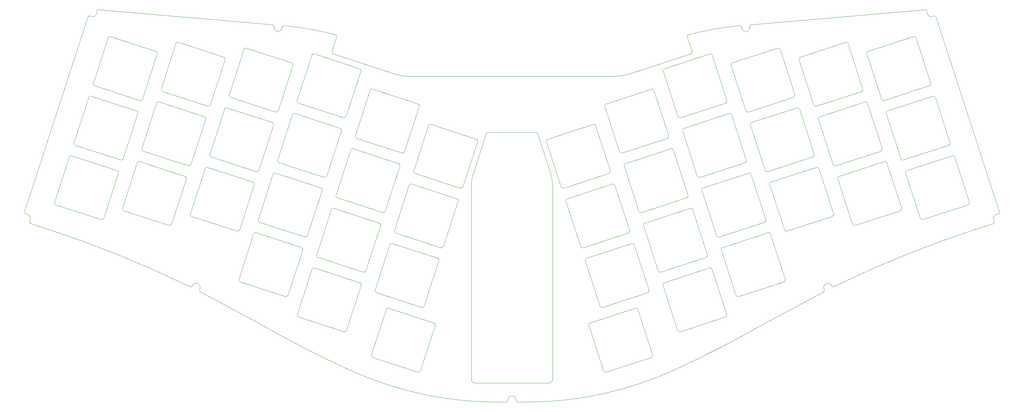
<source format=gm1>
G04 #@! TF.GenerationSoftware,KiCad,Pcbnew,(6.0.7)*
G04 #@! TF.CreationDate,2022-09-06T15:12:06+02:00*
G04 #@! TF.ProjectId,osprey_plate,6f737072-6579-45f7-906c-6174652e6b69,rev?*
G04 #@! TF.SameCoordinates,Original*
G04 #@! TF.FileFunction,Profile,NP*
%FSLAX46Y46*%
G04 Gerber Fmt 4.6, Leading zero omitted, Abs format (unit mm)*
G04 Created by KiCad (PCBNEW (6.0.7)) date 2022-09-06 15:12:06*
%MOMM*%
%LPD*%
G01*
G04 APERTURE LIST*
G04 #@! TA.AperFunction,Profile*
%ADD10C,0.050000*%
G04 #@! TD*
G04 APERTURE END LIST*
D10*
X-41236031Y-18255397D02*
X-53599765Y-14238176D01*
X-38146090Y-37870236D02*
X-34128869Y-25506502D01*
X84664159Y-19983623D02*
X84710268Y-20077078D01*
X24831287Y-42196478D02*
G75*
G03*
X25461336Y-42517494I475513J154478D01*
G01*
X61754745Y51463977D02*
G75*
G03*
X47906035Y49030509I9732155J-96007877D01*
G01*
X-82584476Y13054386D02*
G75*
G03*
X-83214513Y12733364I-154507J-475531D01*
G01*
X-10510602Y11274766D02*
X-6975565Y22154492D01*
X-26666006Y12024197D02*
X-22648785Y24387932D01*
X6975528Y22154480D02*
G75*
G03*
X6500037Y22499991I-475528J-154480D01*
G01*
X-31255994Y38221067D02*
G75*
G03*
X-28165825Y37731633I3090164J9510548D01*
G01*
X-95142056Y34273452D02*
X-91124835Y46637187D01*
X10000036Y-45500007D02*
G75*
G03*
X11000037Y-44500009I14J999987D01*
G01*
X26344987Y11394160D02*
X13981252Y7376940D01*
X-70050902Y-5002445D02*
X-74068123Y-17366180D01*
X-86637091Y-19010206D02*
X-86683200Y-19103661D01*
X54291035Y43501437D02*
X58308256Y31137702D01*
X-47419425Y4782955D02*
X-35055692Y765734D01*
X-14908303Y4523770D02*
X-27272038Y8540991D01*
X52672724Y-11385036D02*
G75*
G03*
X52993734Y-10754969I-154524J475536D01*
G01*
X87080553Y13779254D02*
G75*
G03*
X87710591Y13458234I475547J154546D01*
G01*
X81978445Y16537591D02*
X77961224Y28901326D01*
X-114287568Y54065020D02*
G75*
G03*
X-112610764Y55177722I592644J926700D01*
G01*
X87710591Y13458234D02*
X100074325Y17475455D01*
X-69293691Y11890334D02*
G75*
G03*
X-68663654Y12211354I154509J475528D01*
G01*
X-33155363Y-7947990D02*
X-37172584Y-20311724D01*
X-26666005Y12024197D02*
G75*
G03*
X-26344987Y11394160I475528J-154509D01*
G01*
X94821037Y33643415D02*
X82457302Y29626195D01*
X-50876791Y10322484D02*
G75*
G03*
X-50246754Y10643504I154509J475528D01*
G01*
X-53660999Y43822457D02*
G75*
G03*
X-54291035Y43501437I-154508J-475528D01*
G01*
X9655020Y20691715D02*
G75*
G03*
X9333994Y20061694I154480J-475515D01*
G01*
X64797635Y11165522D02*
G75*
G03*
X64167576Y11486535I-475535J-154522D01*
G01*
X-69420865Y-4681427D02*
G75*
G03*
X-70050902Y-5002445I-154509J-475528D01*
G01*
X-40915012Y-18885433D02*
G75*
G03*
X-41236031Y-18255397I-475526J154509D01*
G01*
X-59544324Y27333475D02*
X-63561545Y14969741D01*
X38469935Y33944687D02*
X42487155Y21580952D01*
X68493804Y-1828226D02*
G75*
G03*
X68814834Y-1198219I-154504J475526D01*
G01*
X20161584Y-11644168D02*
G75*
G03*
X19840572Y-12274228I154516J-475532D01*
G01*
X-88316622Y9975027D02*
G75*
G03*
X-88637642Y10605064I-475528J154509D01*
G01*
X-101801304Y28340875D02*
X-114165038Y32358096D01*
X47419423Y4782965D02*
G75*
G03*
X47740445Y5412992I-154523J475535D01*
G01*
X100395345Y18105490D02*
X96378123Y30469226D01*
X0Y-45500010D02*
X-10000036Y-45500009D01*
X73916978Y-3956595D02*
G75*
G03*
X74546980Y-4277627I475522J154495D01*
G01*
X-84664159Y-19983623D02*
G75*
G03*
X-86637091Y-19010206I-986466J486708D01*
G01*
X48346476Y1929785D02*
X35982742Y-2087436D01*
X35055691Y765734D02*
X47419426Y4782955D01*
X-132196067Y970108D02*
G75*
G03*
X-131715384Y315636I475533J-154498D01*
G01*
X-33498833Y-25185482D02*
G75*
G03*
X-34128869Y-25506502I-154509J-475526D01*
G01*
X46229533Y23007238D02*
X50246754Y10643504D01*
X123744564Y2875344D02*
G75*
G03*
X124065583Y3505381I-154564J475556D01*
G01*
X-9333994Y20061695D02*
X-13351215Y7697959D01*
X131715384Y315603D02*
G75*
G03*
X130820820Y-1439975I-11384J-1099903D01*
G01*
X-35982742Y-2087436D02*
X-48346476Y1929785D01*
X43093188Y18097746D02*
X30729453Y14080525D01*
X50876791Y10322484D02*
X63240525Y14339705D01*
X-101480282Y27710838D02*
G75*
G03*
X-101801304Y28340875I-475531J154507D01*
G01*
X-57926003Y-27552967D02*
X-45562268Y-31570188D01*
X-90494799Y46958209D02*
G75*
G03*
X-91124835Y46637187I-154507J-475530D01*
G01*
X-76725155Y32705552D02*
G75*
G03*
X-76404137Y32075515I475528J-154509D01*
G01*
X-54229802Y-14559195D02*
X-58247023Y-26922930D01*
X-1600000Y-50655601D02*
X-3950437Y-50655601D01*
X-22018749Y24708951D02*
G75*
G03*
X-22648785Y24387932I-154509J-475526D01*
G01*
X69293691Y11890335D02*
X81657425Y15907555D01*
X35661722Y-2717473D02*
X39678943Y-15081207D01*
X-37839899Y34265707D02*
X-25476164Y30248486D01*
X-23857793Y-24637962D02*
X-19840572Y-12274228D01*
X40915011Y-18885433D02*
X44932232Y-31249168D01*
X-48976513Y1608765D02*
X-52993734Y-10754969D01*
X-87231734Y369631D02*
G75*
G03*
X-86910714Y-260406I475528J-154509D01*
G01*
X74068123Y-17366180D02*
X70050902Y-5002445D01*
X13351215Y7697959D02*
X9333994Y20061694D01*
X-112075550Y55760466D02*
X-64950149Y51748558D01*
X31919295Y-4143764D02*
X27902074Y8219971D01*
X48509881Y43827186D02*
G75*
G03*
X48830898Y44457231I-154481J475514D01*
G01*
X88637646Y10605051D02*
G75*
G03*
X88316622Y9975027I154554J-475551D01*
G01*
X-40976244Y39175199D02*
X-44993465Y26811464D01*
X59714161Y41373092D02*
G75*
G03*
X59393144Y40743049I154439J-475492D01*
G01*
X41297264Y39805236D02*
X53660999Y43822457D01*
X47906027Y49030540D02*
G75*
G03*
X47552687Y48391158I122173J-484840D01*
G01*
X-100395345Y18105491D02*
G75*
G03*
X-100074325Y17475455I475528J-154508D01*
G01*
X112610765Y55177722D02*
G75*
G03*
X112075551Y55760466I-492765J84578D01*
G01*
X48830898Y44457231D02*
X47552687Y48391158D01*
X-87350462Y-19331981D02*
G75*
G03*
X-126419373Y-3563368I-132852897J-272877744D01*
G01*
X106127541Y15026084D02*
X118491275Y19043305D01*
X-123744564Y2875344D02*
X-111380830Y-1141877D01*
X-60753332Y-21692418D02*
X-56736111Y-9328683D01*
X86683200Y-19103661D02*
X86637091Y-19010206D01*
X114165038Y32358096D02*
X101801303Y28340875D01*
X56130080Y-5845477D02*
X68493814Y-1828256D01*
X41236029Y-18255391D02*
G75*
G03*
X40915011Y-18885433I154471J-475509D01*
G01*
X-18604504Y-8470001D02*
X-14587283Y3893732D01*
X-77331188Y29222346D02*
G75*
G03*
X-77961224Y28901327I-154508J-475528D01*
G01*
X113237987Y35211265D02*
X100874252Y31194045D01*
X36851562Y-20941756D02*
G75*
G03*
X37172584Y-20311724I-154562J475556D01*
G01*
X-39678944Y-15081207D02*
X-35661722Y-2717473D01*
X-33498833Y-25185482D02*
X-21135098Y-29202703D01*
X101801304Y28340873D02*
G75*
G03*
X101480283Y27710838I154596J-475573D01*
G01*
X-106127541Y15026084D02*
G75*
G03*
X-105497504Y15347104I154509J475528D01*
G01*
X-1600000Y-50655601D02*
G75*
G03*
X-1100000Y-50155600I-1J500001D01*
G01*
X100244208Y31515062D02*
G75*
G03*
X100874252Y31194045I475492J154438D01*
G01*
X44108650Y-41902783D02*
G75*
G03*
X68715219Y-29220183I-123387800J269606880D01*
G01*
X-108911749Y48526057D02*
X-96548014Y44508836D01*
X1100000Y-50055601D02*
G75*
G03*
X-1100000Y-50055601I-1100000J1D01*
G01*
X95748088Y30790246D02*
X83384353Y26773025D01*
X-106733572Y11542877D02*
G75*
G03*
X-107054592Y12172914I-475528J154509D01*
G01*
X64167576Y11486535D02*
X51803842Y7469314D01*
X94821039Y33643408D02*
G75*
G03*
X95142055Y34273452I-154439J475492D01*
G01*
X-43093188Y18097746D02*
G75*
G03*
X-43723224Y17776726I-154508J-475528D01*
G01*
X64950149Y51748557D02*
X112075551Y55760466D01*
X1100000Y-50155601D02*
X1100000Y-50055601D01*
X-130820820Y-1439975D02*
G75*
G03*
X-131715384Y315636I-883232J655669D01*
G01*
X-84710268Y-20077078D02*
X-84664159Y-19983623D01*
X-55500043Y-5524457D02*
X-51482822Y6839277D01*
X-59393144Y40743049D02*
G75*
G03*
X-59714164Y41373086I-475528J154509D01*
G01*
X69420865Y-4681426D02*
X57057131Y-8698647D01*
X76404137Y32075515D02*
X64040402Y28058295D01*
X-6500037Y22499991D02*
G75*
G03*
X-6975565Y22154492I11J-500011D01*
G01*
X-101001376Y14622285D02*
G75*
G03*
X-101631413Y14301265I-154509J-475528D01*
G01*
X81827287Y29947222D02*
G75*
G03*
X82457302Y29626195I475513J154478D01*
G01*
X61383369Y-22013438D02*
X73747103Y-17996217D01*
X27272038Y8540991D02*
X14908303Y4523770D01*
X-31598275Y-4773800D02*
X-19234541Y-8791021D01*
X115032498Y53798295D02*
G75*
G03*
X114287568Y54065020I-475498J-154395D01*
G01*
X109541785Y48205037D02*
X113559006Y35841302D01*
X3950437Y-50655600D02*
G75*
G03*
X44108650Y-41902783I-7J96500040D01*
G01*
X-72077899Y45390307D02*
X-59714164Y41373086D01*
X-1100000Y-50055601D02*
X-1100000Y-50155600D01*
X101001376Y14622285D02*
X88637642Y10605064D01*
X-25155144Y29618449D02*
X-29172365Y17254714D01*
X130573855Y-2213536D02*
X126419373Y-3563368D01*
X6975565Y22154492D02*
X10510602Y11274766D01*
X64646433Y24575088D02*
X68663653Y12211354D01*
X91124813Y46637180D02*
G75*
G03*
X90494799Y46958207I-475513J-154480D01*
G01*
X131715384Y315589D02*
G75*
G03*
X132196067Y970108I5116J500011D01*
G01*
X105497473Y15347094D02*
G75*
G03*
X106127541Y15026084I475527J154506D01*
G01*
X-28165825Y37731633D02*
X28165825Y37731633D01*
X-51803842Y7469314D02*
X-64167576Y11486535D01*
X57987237Y30507665D02*
X45623502Y26490445D01*
X-68715219Y-29220183D02*
X-84485463Y-20745532D01*
X-126419373Y-3563368D02*
X-130573855Y-2213536D01*
X-20161592Y-11644191D02*
X-32525326Y-7626970D01*
X-51482822Y6839277D02*
G75*
G03*
X-51803842Y7469314I-475528J154509D01*
G01*
X-77810044Y42310949D02*
G75*
G03*
X-78131064Y42940986I-475528J154509D01*
G01*
X35982746Y-2087449D02*
G75*
G03*
X35661722Y-2717473I154554J-475551D01*
G01*
X42166139Y20950908D02*
G75*
G03*
X42487155Y21580952I-154439J475492D01*
G01*
X-64167576Y11486535D02*
G75*
G03*
X-64797613Y11165515I-154509J-475528D01*
G01*
X25476164Y30248486D02*
X37839899Y34265707D01*
X-38146089Y-37870236D02*
G75*
G03*
X-37825071Y-38500273I475528J-154509D01*
G01*
X106733572Y11542877D02*
X110750794Y-820857D01*
X115032484Y53798290D02*
X132196067Y970108D01*
X31255995Y38221067D02*
X48509878Y43827194D01*
X86637062Y-19010220D02*
G75*
G03*
X84664159Y-19983623I-986462J-486680D01*
G01*
X55500047Y-5524455D02*
G75*
G03*
X56130080Y-5845477I475553J154555D01*
G01*
X-84710268Y-20077078D02*
G75*
G03*
X-84485463Y-20745532I448392J-221232D01*
G01*
X81827265Y29947215D02*
X77810044Y42310949D01*
X-42487155Y21580952D02*
G75*
G03*
X-42166137Y20950915I475528J-154509D01*
G01*
X9655015Y20691731D02*
X22018749Y24708952D01*
X25476162Y30248492D02*
G75*
G03*
X25155144Y29618449I154438J-475492D01*
G01*
X28165825Y37731634D02*
G75*
G03*
X31255995Y38221067I75J9999566D01*
G01*
X-113559006Y35841303D02*
X-109541785Y48205037D01*
X-64797613Y11165515D02*
X-68814834Y-1198219D01*
X62303316Y51010227D02*
G75*
G03*
X61754745Y51463980I-498116J-43727D01*
G01*
X-108911749Y48526057D02*
G75*
G03*
X-109541785Y48205037I-154508J-475528D01*
G01*
X-68715217Y-29220180D02*
G75*
G03*
X-44108650Y-41902783I147995917J256927180D01*
G01*
X22648785Y24387932D02*
X26666006Y12024197D01*
X72707914Y45069280D02*
G75*
G03*
X72077899Y45390308I-475514J-154480D01*
G01*
X92333817Y-2388715D02*
G75*
G03*
X92963880Y-2709727I475583J154615D01*
G01*
X-50246754Y10643504D02*
X-46229533Y23007238D01*
X64950150Y51748544D02*
G75*
G03*
X64494475Y51206667I42350J-498144D01*
G01*
X77961240Y28901331D02*
G75*
G03*
X77331188Y29222346I-475540J-154531D01*
G01*
X-74546981Y-4277626D02*
G75*
G03*
X-73916943Y-3956607I154511J475525D01*
G01*
X11000036Y8184596D02*
G75*
G03*
X10510602Y11274766I-9999546J74D01*
G01*
X-64040402Y28058295D02*
X-76404137Y32075515D01*
X3950437Y-50655601D02*
X1600000Y-50655601D01*
X-52672714Y-11385006D02*
X-40308980Y-15402227D01*
X-100874252Y31194045D02*
X-113237987Y35211265D01*
X-46229533Y23007238D02*
G75*
G03*
X-46550553Y23637275I-475528J154509D01*
G01*
X-112075550Y55760465D02*
G75*
G03*
X-112610764Y55177722I-42412J-498199D01*
G01*
X-24487830Y-24958982D02*
G75*
G03*
X-23857793Y-24637962I154509J475528D01*
G01*
X101480283Y27710838D02*
X105497504Y15347104D01*
X63410387Y28379321D02*
G75*
G03*
X64040402Y28058295I475513J154479D01*
G01*
X113237980Y35211287D02*
G75*
G03*
X113559006Y35841302I-154480J475513D01*
G01*
X83063333Y26142988D02*
X87080554Y13779254D01*
X13351205Y7697956D02*
G75*
G03*
X13981252Y7376940I475495J154444D01*
G01*
X-30729453Y14080525D02*
X-43093188Y18097746D01*
X60753313Y-21692425D02*
G75*
G03*
X61383369Y-22013438I475587J154625D01*
G01*
X76404140Y32075507D02*
G75*
G03*
X76725156Y32705552I-154440J475493D01*
G01*
X63410365Y28379314D02*
X59393144Y40743049D01*
X57987240Y30507657D02*
G75*
G03*
X58308256Y31137702I-154540J475543D01*
G01*
X96548015Y44508836D02*
X108911749Y48526057D01*
X41297261Y39805244D02*
G75*
G03*
X40976244Y39175199I154539J-475544D01*
G01*
X-45562268Y-31570187D02*
G75*
G03*
X-44932232Y-31249168I154507J475530D01*
G01*
X105327624Y1307464D02*
G75*
G03*
X105648634Y1937531I-154524J475536D01*
G01*
X-105497504Y15347104D02*
X-101480283Y27710838D01*
X-36851564Y-20941761D02*
X-24487830Y-24958982D01*
X-83063334Y26142988D02*
G75*
G03*
X-83384353Y26773025I-475526J154510D01*
G01*
X-64502854Y51111148D02*
G75*
G03*
X-62311270Y50918894I1095792J-96127D01*
G01*
X42166137Y20950915D02*
X29802402Y16933695D01*
X118812295Y19673341D02*
X114795074Y32037076D01*
X-96226994Y43878799D02*
G75*
G03*
X-96548014Y44508836I-475528J154509D01*
G01*
X-111380830Y-1141877D02*
G75*
G03*
X-110750793Y-820857I154509J475528D01*
G01*
X-61754745Y51463981D02*
G75*
G03*
X-62303258Y51010223I-50428J-497449D01*
G01*
X-110750793Y-820857D02*
X-106733572Y11542877D01*
X-25155144Y29618449D02*
G75*
G03*
X-25476164Y30248486I-475528J154509D01*
G01*
X21135098Y-29202703D02*
X33498832Y-25185482D01*
X-77810044Y42310949D02*
X-81827266Y29947214D01*
X-48509878Y43827194D02*
X-31255994Y38221067D01*
X57057128Y-8698639D02*
G75*
G03*
X56736110Y-9328683I154572J-475561D01*
G01*
X-32525326Y-7626970D02*
G75*
G03*
X-33155363Y-7947990I-154509J-475528D01*
G01*
X-87710591Y13458234D02*
G75*
G03*
X-87080554Y13779254I154509J475528D01*
G01*
X-40976245Y39175199D02*
G75*
G03*
X-41297264Y39805235I-475530J154507D01*
G01*
X-13981252Y7376941D02*
G75*
G03*
X-13351215Y7697959I154509J475528D01*
G01*
X124065583Y3505381D02*
X120048363Y15869115D01*
X-74068123Y-17366180D02*
G75*
G03*
X-73747103Y-17996217I475528J-154509D01*
G01*
X11000037Y8184596D02*
X11000037Y-44500009D01*
X-64494475Y51206666D02*
G75*
G03*
X-64950149Y51748558I-498086J43695D01*
G01*
X-95748088Y30790245D02*
G75*
G03*
X-96378124Y30469226I-154509J-475526D01*
G01*
X63561545Y14969741D02*
X59544324Y27333476D01*
X-68493814Y-1828256D02*
X-56130080Y-5845477D01*
X100244215Y31515064D02*
X96226994Y43878799D01*
X-64494475Y51206666D02*
X-64502854Y51111148D01*
X-73747103Y-17996217D02*
X-61383370Y-22013438D01*
X-58914288Y27654497D02*
G75*
G03*
X-59544324Y27333475I-154507J-475530D01*
G01*
X26344978Y11394188D02*
G75*
G03*
X26666006Y12024197I-154478J475512D01*
G01*
X39678917Y-15081215D02*
G75*
G03*
X40308980Y-15402227I475583J154615D01*
G01*
X-47552687Y48391158D02*
X-48830898Y44457231D01*
X-35661722Y-2717473D02*
G75*
G03*
X-35982742Y-2087436I-475531J154507D01*
G01*
X-96378124Y30469226D02*
X-100395345Y18105491D01*
X87231734Y369631D02*
X83214513Y12733365D01*
X-40308980Y-15402226D02*
G75*
G03*
X-39678944Y-15081207I154507J475530D01*
G01*
X111380830Y-1141877D02*
X123744564Y2875344D01*
X-132196067Y970108D02*
X-115032484Y53798290D01*
X-34425654Y1086754D02*
X-30408433Y13450488D01*
X-44108650Y-41902783D02*
G75*
G03*
X-3950437Y-50655601I40158213J87747183D01*
G01*
X73747107Y-17996228D02*
G75*
G03*
X74068123Y-17366180I-154507J475528D01*
G01*
X32525326Y-7626970D02*
X20161592Y-11644191D01*
X-46550553Y23637275D02*
X-58914288Y27654496D01*
X14587283Y3893733D02*
X18604505Y-8470001D01*
X78131062Y42940992D02*
G75*
G03*
X77810044Y42310949I154438J-475492D01*
G01*
X23857795Y-24637962D02*
G75*
G03*
X24487830Y-24958982I475505J154462D01*
G01*
X-96226994Y43878799D02*
X-100244215Y31515064D01*
X54229831Y-14559186D02*
G75*
G03*
X53599764Y-14238176I-475531J-154514D01*
G01*
X-37172584Y-20311724D02*
G75*
G03*
X-36851564Y-20941761I475528J-154509D01*
G01*
X38469913Y33944680D02*
G75*
G03*
X37839899Y34265707I-475513J-154480D01*
G01*
X-64646434Y24575088D02*
G75*
G03*
X-64967453Y25205124I-475530J154507D01*
G01*
X10000036Y-45500009D02*
X0Y-45500010D01*
X37172584Y-20311724D02*
X33155363Y-7947990D01*
X-107054592Y12172914D02*
X-119418326Y16190135D01*
X78131064Y42940986D02*
X90494799Y46958207D01*
X-29802402Y16933696D02*
G75*
G03*
X-29172365Y17254714I154509J475528D01*
G01*
X-68663654Y12211354D02*
X-64646433Y24575088D01*
X-92963880Y-2709727D02*
G75*
G03*
X-92333843Y-2388707I154509J475528D01*
G01*
X44993457Y26811462D02*
G75*
G03*
X45623502Y26490445I475543J154538D01*
G01*
X51482822Y6839277D02*
X55500042Y-5524457D01*
X62303258Y51010222D02*
X62311270Y50918894D01*
X-95142055Y34273452D02*
G75*
G03*
X-94821037Y33643415I475528J-154509D01*
G01*
X-69899722Y8407127D02*
G75*
G03*
X-70220742Y9037164I-475528J154509D01*
G01*
X-72077899Y45390307D02*
G75*
G03*
X-72707935Y45069287I-154509J-475526D01*
G01*
X-92333843Y-2388707D02*
X-88316622Y9975027D01*
X57926007Y-27552978D02*
G75*
G03*
X58247023Y-26922930I-154607J475578D01*
G01*
X31598279Y-4773814D02*
G75*
G03*
X31919295Y-4143764I-154479J475514D01*
G01*
X-20814078Y-29832739D02*
G75*
G03*
X-21135098Y-29202703I-475528J154508D01*
G01*
X-113559007Y35841303D02*
G75*
G03*
X-113237987Y35211265I475532J-154508D01*
G01*
X30408433Y13450488D02*
X34425654Y1086754D01*
X37825071Y-38500273D02*
X25461336Y-42517494D01*
X-100074325Y17475455D02*
X-87710591Y13458234D01*
X84485452Y-20745511D02*
G75*
G03*
X84710268Y-20077078I-223552J447211D01*
G01*
X101631405Y14301262D02*
G75*
G03*
X101001376Y14622285I-475505J-154462D01*
G01*
X-58247023Y-26922930D02*
G75*
G03*
X-57926003Y-27552967I475528J-154509D01*
G01*
X110750799Y-820855D02*
G75*
G03*
X111380830Y-1141877I475501J154455D01*
G01*
X58247023Y-26922930D02*
X54229802Y-14559195D01*
X-83384353Y26773025D02*
X-95748088Y30790245D01*
X-86910714Y-260406D02*
X-74546981Y-4277627D01*
X44993465Y26811464D02*
X40976244Y39175199D01*
X-11000037Y-44500009D02*
X-11000037Y8184596D01*
X86910724Y-260436D02*
G75*
G03*
X87231734Y369631I-154524J475536D01*
G01*
X56736110Y-9328683D02*
X60753332Y-21692419D01*
X51803846Y7469301D02*
G75*
G03*
X51482822Y6839277I154454J-475501D01*
G01*
X29172365Y17254714D02*
X25155144Y29618449D01*
X-19840572Y-12274228D02*
G75*
G03*
X-20161592Y-11644191I-475526J154510D01*
G01*
X-22018749Y24708951D02*
X-9655014Y20691731D01*
X-105648634Y1937531D02*
G75*
G03*
X-105327614Y1307494I475528J-154509D01*
G01*
X130573845Y-2213504D02*
G75*
G03*
X130820820Y-1439975I-154445J475504D01*
G01*
X-13981252Y7376940D02*
X-26344987Y11394160D01*
X83384344Y26773053D02*
G75*
G03*
X83063333Y26142988I154556J-475553D01*
G01*
X-56736111Y-9328683D02*
G75*
G03*
X-57057131Y-8698647I-475528J154508D01*
G01*
X44932243Y-31249165D02*
G75*
G03*
X45562269Y-31570188I475557J154565D01*
G01*
X-118491275Y19043305D02*
X-106127541Y15026084D01*
X24831299Y-42196474D02*
X20814078Y-29832739D01*
X48976505Y1608763D02*
G75*
G03*
X48346476Y1929785I-475505J-154463D01*
G01*
X-42487156Y21580952D02*
X-38469935Y33944687D01*
X-124065584Y3505381D02*
G75*
G03*
X-123744564Y2875344I475528J-154509D01*
G01*
X-120048363Y15869115D02*
X-124065584Y3505381D01*
X-14587283Y3893732D02*
G75*
G03*
X-14908303Y4523770I-475529J154509D01*
G01*
X-82457302Y29626193D02*
G75*
G03*
X-81827266Y29947214I154505J475534D01*
G01*
X-56130080Y-5845477D02*
G75*
G03*
X-55500043Y-5524457I154509J475528D01*
G01*
X-47740445Y5412991D02*
G75*
G03*
X-47419425Y4782955I475528J-154508D01*
G01*
X-57057131Y-8698647D02*
X-69420865Y-4681426D01*
X-19234541Y-8791021D02*
G75*
G03*
X-18604504Y-8470001I154507J475531D01*
G01*
X-114287568Y54065020D02*
G75*
G03*
X-115032484Y53798290I-269384J-421227D01*
G01*
X43723240Y17776731D02*
G75*
G03*
X43093188Y18097746I-475540J-154531D01*
G01*
X-27902074Y8219971D02*
X-31919295Y-4143764D01*
X34128869Y-25506501D02*
X38146090Y-37870236D01*
X64502854Y51111148D02*
X64494475Y51206667D01*
X74546980Y-4277627D02*
X86910714Y-260406D01*
X-47906035Y49030509D02*
G75*
G03*
X-61754745Y51463980I-23580894J-93574438D01*
G01*
X-100874252Y31194046D02*
G75*
G03*
X-100244215Y31515064I154509J475528D01*
G01*
X24487830Y-24958982D02*
X36851564Y-20941761D01*
X-45623502Y26490446D02*
G75*
G03*
X-44993465Y26811464I154509J475528D01*
G01*
X-101631413Y14301265D02*
X-105648634Y1937531D01*
X120048387Y15869123D02*
G75*
G03*
X119418326Y16190135I-475587J-154623D01*
G01*
X59544309Y27333471D02*
G75*
G03*
X58914288Y27654496I-475509J-154471D01*
G01*
X70220746Y9037151D02*
G75*
G03*
X69899722Y8407127I154554J-475551D01*
G01*
X-105327614Y1307494D02*
X-92963880Y-2709727D01*
X50246783Y10643513D02*
G75*
G03*
X50876791Y10322484I475517J154487D01*
G01*
X40308980Y-15402227D02*
X52672714Y-11385006D01*
X-130820820Y-1439975D02*
G75*
G03*
X-130573855Y-2213536I401466J-298032D01*
G01*
X-53660999Y43822457D02*
X-41297264Y39805235D01*
X-20814078Y-29832739D02*
X-24831299Y-42196474D01*
X-58308255Y31137702D02*
G75*
G03*
X-57987237Y30507665I475528J-154509D01*
G01*
X-63240525Y14339705D02*
X-50876791Y10322484D01*
X-114795074Y32037076D02*
X-118812295Y19673340D01*
X72707935Y45069287D02*
X76725156Y32705552D01*
X-31919295Y-4143764D02*
G75*
G03*
X-31598275Y-4773800I475528J-154508D01*
G01*
X126419375Y-3563374D02*
G75*
G03*
X87350462Y-19331981I93783125J-288644326D01*
G01*
X-52993734Y-10754969D02*
G75*
G03*
X-52672714Y-11385006I475528J-154509D01*
G01*
X63240521Y14339716D02*
G75*
G03*
X63561545Y14969741I-154421J475484D01*
G01*
X-59393144Y40743049D02*
X-63410365Y28379314D01*
X69899722Y8407127D02*
X73916943Y-3956606D01*
X14908301Y4523775D02*
G75*
G03*
X14587283Y3893733I154599J-475575D01*
G01*
X47740445Y5412992D02*
X43723224Y17776726D01*
X88316622Y9975027D02*
X92333843Y-2388707D01*
X114795060Y32037072D02*
G75*
G03*
X114165038Y32358096I-475560J-154572D01*
G01*
X-70220742Y9037164D02*
X-82584476Y13054385D01*
X22648790Y24387934D02*
G75*
G03*
X22018749Y24708952I-475490J-154434D01*
G01*
X118491281Y19043286D02*
G75*
G03*
X118812295Y19673341I-154481J475514D01*
G01*
X100074322Y17475465D02*
G75*
G03*
X100395345Y18105490I-154522J475535D01*
G01*
X-87350462Y-19331981D02*
G75*
G03*
X-86683200Y-19103661I218868J449553D01*
G01*
X-82457302Y29626194D02*
X-94821037Y33643415D01*
X1099999Y-50155601D02*
G75*
G03*
X1600000Y-50655601I500001J1D01*
G01*
X-45623502Y26490445D02*
X-57987237Y30507665D01*
X-90494799Y46958208D02*
X-78131064Y42940986D01*
X-81978445Y16537591D02*
G75*
G03*
X-81657425Y15907555I475528J-154508D01*
G01*
X30729444Y14080553D02*
G75*
G03*
X30408433Y13450488I154556J-475553D01*
G01*
X-73916943Y-3956607D02*
X-69899722Y8407127D01*
X34128875Y-25506499D02*
G75*
G03*
X33498832Y-25185482I-475575J-154601D01*
G01*
X83214505Y12733363D02*
G75*
G03*
X82584476Y13054385I-475505J-154463D01*
G01*
X52993734Y-10754969D02*
X48976513Y1608766D01*
X-77961224Y28901327D02*
X-81978445Y16537591D01*
X-62311270Y50918894D02*
X-62303258Y51010223D01*
X119418326Y16190135D02*
X107054592Y12172914D01*
X-64967453Y25205124D02*
X-77331188Y29222346D01*
X-48830898Y44457231D02*
G75*
G03*
X-48509878Y43827194I475528J-154509D01*
G01*
X70050901Y-5002445D02*
G75*
G03*
X69420865Y-4681426I-475501J-154455D01*
G01*
X84485463Y-20745532D02*
X68715219Y-29220183D01*
X19234541Y-8791021D02*
X31598275Y-4773800D01*
X77331188Y29222346D02*
X64967453Y25205125D01*
X29172387Y17254721D02*
G75*
G03*
X29802402Y16933695I475513J154479D01*
G01*
X82584476Y13054385D02*
X70220742Y9037164D01*
X-53599765Y-14238177D02*
G75*
G03*
X-54229802Y-14559195I-154509J-475528D01*
G01*
X64967444Y25205153D02*
G75*
G03*
X64646433Y24575088I154556J-475553D01*
G01*
X33155384Y-7947983D02*
G75*
G03*
X32525326Y-7626970I-475584J-154617D01*
G01*
X-64040402Y28058296D02*
G75*
G03*
X-63410365Y28379314I154509J475528D01*
G01*
X-63561545Y14969741D02*
G75*
G03*
X-63240525Y14339705I475528J-154508D01*
G01*
X-37839899Y34265707D02*
G75*
G03*
X-38469935Y33944687I-154508J-475528D01*
G01*
X46550563Y23637242D02*
G75*
G03*
X46229533Y23007238I154537J-475542D01*
G01*
X19840572Y-12274228D02*
X23857794Y-24637962D01*
X-47552687Y48391158D02*
G75*
G03*
X-47906035Y49030509I-475529J154508D01*
G01*
X-58308256Y31137702D02*
X-54291035Y43501437D01*
X27902057Y8219965D02*
G75*
G03*
X27272038Y8540991I-475557J-154565D01*
G01*
X-48346476Y1929785D02*
G75*
G03*
X-48976513Y1608765I-154509J-475528D01*
G01*
X-35055692Y765735D02*
G75*
G03*
X-34425654Y1086754I154511J475525D01*
G01*
X-9333995Y20061695D02*
G75*
G03*
X-9655014Y20691731I-475530J154507D01*
G01*
X91124835Y46637187D02*
X95142055Y34273452D01*
X86683196Y-19103663D02*
G75*
G03*
X87350462Y-19331981I448404J221263D01*
G01*
X-87080554Y13779254D02*
X-83063334Y26142988D01*
X62311342Y50918900D02*
G75*
G03*
X64502854Y51111148I1095758J96100D01*
G01*
X58914288Y27654496D02*
X46550553Y23637274D01*
X-44932232Y-31249168D02*
X-40915012Y-18885433D01*
X45562269Y-31570188D02*
X57926003Y-27552967D01*
X59714163Y41373086D02*
X72077899Y45390308D01*
X-43723224Y17776726D02*
X-47740445Y5412991D01*
X-76725156Y32705552D02*
X-72707935Y45069287D01*
X-30408433Y13450488D02*
G75*
G03*
X-30729453Y14080525I-475528J154509D01*
G01*
X34425653Y1086754D02*
G75*
G03*
X35055691Y765734I475547J154546D01*
G01*
X107054587Y12172931D02*
G75*
G03*
X106733572Y11542877I154513J-475531D01*
G01*
X96548022Y44508814D02*
G75*
G03*
X96226994Y43878799I154478J-475514D01*
G01*
X-83214513Y12733364D02*
X-87231734Y369631D01*
X54291044Y43501440D02*
G75*
G03*
X53660999Y43822457I-475544J-154540D01*
G01*
X18604531Y-8469993D02*
G75*
G03*
X19234541Y-8791021I475469J154393D01*
G01*
X-114165038Y32358096D02*
G75*
G03*
X-114795074Y32037076I-154508J-475528D01*
G01*
X-25461336Y-42517494D02*
G75*
G03*
X-24831299Y-42196474I154509J475528D01*
G01*
X-10510602Y11274766D02*
G75*
G03*
X-11000037Y8184596I9510508J-3090161D01*
G01*
X96378140Y30469231D02*
G75*
G03*
X95748088Y30790246I-475540J-154531D01*
G01*
X-68814834Y-1198219D02*
G75*
G03*
X-68493814Y-1828256I475528J-154509D01*
G01*
X-81657425Y15907555D02*
X-69293691Y11890334D01*
X-118812295Y19673340D02*
G75*
G03*
X-118491275Y19043305I475526J-154508D01*
G01*
X68814834Y-1198219D02*
X64797613Y11165515D01*
X-6500037Y22499991D02*
X6500037Y22499991D01*
X112610748Y55177725D02*
G75*
G03*
X114287568Y54065020I1084152J-186025D01*
G01*
X81657422Y15907565D02*
G75*
G03*
X81978445Y16537591I-154522J475535D01*
G01*
X92963880Y-2709727D02*
X105327614Y1307494D01*
X37825066Y-38500257D02*
G75*
G03*
X38146090Y-37870236I-154566J475557D01*
G01*
X-61383370Y-22013437D02*
G75*
G03*
X-60753332Y-21692418I154511J475525D01*
G01*
X-119418326Y16190135D02*
G75*
G03*
X-120048363Y15869115I-154509J-475528D01*
G01*
X53599764Y-14238176D02*
X41236031Y-18255397D01*
X21135087Y-29202670D02*
G75*
G03*
X20814078Y-29832739I154513J-475530D01*
G01*
X-27272038Y8540991D02*
G75*
G03*
X-27902074Y8219971I-154508J-475528D01*
G01*
X68663652Y12211354D02*
G75*
G03*
X69293691Y11890335I475548J154546D01*
G01*
X105648634Y1937531D02*
X101631414Y14301265D01*
X-88637642Y10605064D02*
X-101001376Y14622285D01*
X109541793Y48205040D02*
G75*
G03*
X108911749Y48526057I-475493J-154440D01*
G01*
X-29802402Y16933695D02*
X-42166137Y20950915D01*
X-25461336Y-42517494D02*
X-37825071Y-38500273D01*
X-11000037Y-44500009D02*
G75*
G03*
X-10000036Y-45500009I1000018J18D01*
G01*
M02*

</source>
